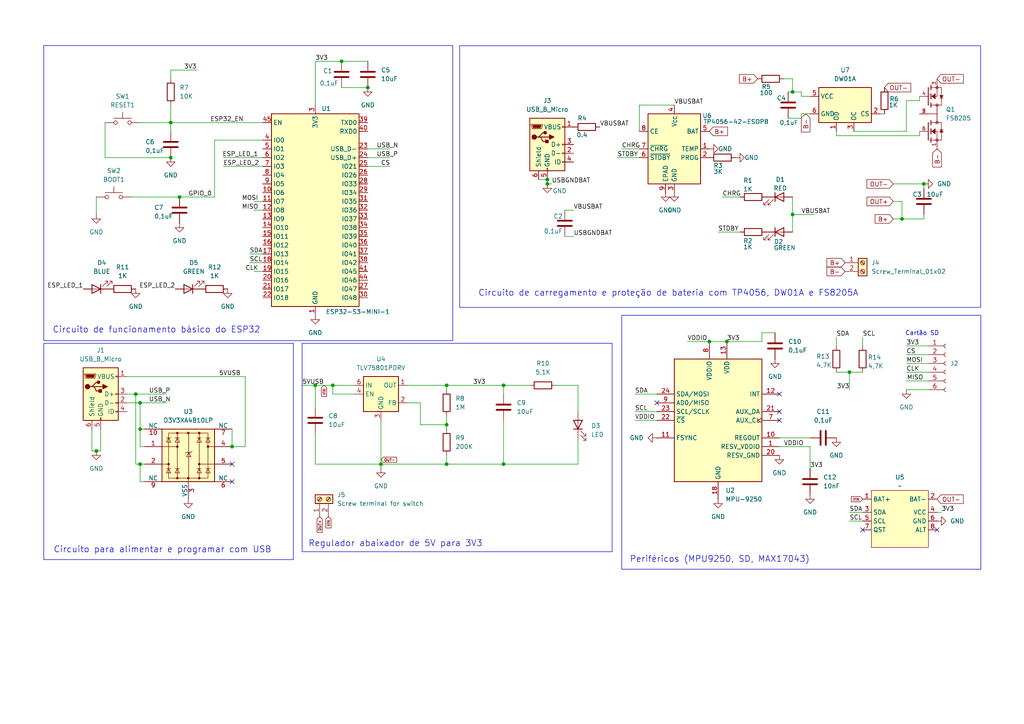
<source format=kicad_sch>
(kicad_sch (version 20250114) (generator "eeschema") (generator_version "9.0")
  (paper "A4")
  (title_block (title "PCI COMPLETA") (date "2025-04-03") (rev "1.0"))
  (lib_symbols
    (symbol "Battery_Management:DW01A"
      (property "Reference" "U" (at -6.604 6.35 0))
      (property "Value" "DW01A" (at 4.318 6.604 0))
      (symbol "DW01A_0_1"
        (pin power_in line (at -10.16 2.54 0) (length 2.54) (name "VCC") (number "5"))
        (pin power_in line (at -10.16 -2.54 0) (length 2.54) (name "GND") (number "6"))
        (pin output line (at -2.54 -7.62 90) (length 2.54) (name "OD") (number "1"))
        (pin output line (at 2.54 -7.62 90) (length 2.54) (name "OC") (number "3"))
        (pin input line (at 10.16 -2.54 180) (length 2.54) (name "CS") (number "2"))
      )
      (symbol "DW01A_1_1"
        (pin no_connect line (at 10.16 2.54 180) (length 2.54) (hide yes) (name "TD") (number "4"))
      )
    )
    (symbol "Battery_Management:TP4056-42-ESOP8"
      (property "Reference" "U" (at -6.604 11.684 0))
      (property "Value" "TP4056-42-ESOP8" (at 10.16 11.684 0))
      (symbol "TP4056-42-ESOP8_1_0"
        (pin input line (at -10.16 5.08 0) (length 2.54) (name "CE") (number "8"))
        (pin open_collector line (at -10.16 0 0) (length 2.54) (name "~{CHRG}") (number "7"))
        (pin open_collector line (at -10.16 -2.54 0) (length 2.54) (name "~{STDBY}") (number "6"))
        (pin passive line (at -2.54 -12.7 90) (length 2.54) (name "EPAD") (number "9"))
        (pin power_in line (at 0 12.7 270) (length 2.54) (name "V_{CC}") (number "4"))
        (pin power_in line (at 0 -12.7 90) (length 2.54) (name "GND") (number "3"))
        (pin power_out line (at 10.16 5.08 180) (length 2.54) (name "BAT") (number "5"))
        (pin input line (at 10.16 0 180) (length 2.54) (name "TEMP") (number "1"))
        (pin passive line (at 10.16 -2.54 180) (length 2.54) (name "PROG") (number "2"))
      )
    )
    (symbol "Connector:Conn_01x06_Socket" (pin_names (offset 1.016) (hide yes))
      (property "Reference" "J" (at 0 7.62 0))
      (property "Value" "Conn_01x06_Socket" (at 0 -10.16 0))
      (symbol "Conn_01x06_Socket_1_1"
        (pin passive line (at -5.08 5.08 0) (length 3.81) (name "Pin_1") (number "1"))
        (pin passive line (at -5.08 2.54 0) (length 3.81) (name "Pin_2") (number "2"))
        (pin passive line (at -5.08 0 0) (length 3.81) (name "Pin_3") (number "3"))
        (pin passive line (at -5.08 -2.54 0) (length 3.81) (name "Pin_4") (number "4"))
        (pin passive line (at -5.08 -5.08 0) (length 3.81) (name "Pin_5") (number "5"))
        (pin passive line (at -5.08 -7.62 0) (length 3.81) (name "Pin_6") (number "6"))
      )
    )
    (symbol "Connector:Screw_Terminal_01x02" (pin_names (offset 1.016) (hide yes))
      (property "Reference" "J" (at 0 2.54 0))
      (property "Value" "Screw_Terminal_01x02" (at 0 -5.08 0))
      (symbol "Screw_Terminal_01x02_1_1"
        (pin passive line (at -5.08 0 0) (length 3.81) (name "Pin_1") (number "1"))
        (pin passive line (at -5.08 -2.54 0) (length 3.81) (name "Pin_2") (number "2"))
      )
    )
    (symbol "Connector:USB_B_Micro" (pin_names (offset 1.016))
      (property "Reference" "J" (at -5.08 11.43 0))
      (property "Value" "USB_B_Micro" (at -5.08 8.89 0))
      (symbol "USB_B_Micro_1_1"
        (pin passive line (at -2.54 -10.16 90) (length 2.54) (name "Shield") (number "6"))
        (pin power_out line (at 0 -10.16 90) (length 2.54) (name "GND") (number "5"))
        (pin power_out line (at 7.62 5.08 180) (length 2.54) (name "VBUS") (number "1"))
        (pin bidirectional line (at 7.62 0 180) (length 2.54) (name "D+") (number "3"))
        (pin bidirectional line (at 7.62 -2.54 180) (length 2.54) (name "D-") (number "2"))
        (pin passive line (at 7.62 -5.08 180) (length 2.54) (name "ID") (number "4"))
      )
    )
    (symbol "Device:C" (pin_numbers (hide yes)) (pin_names (offset 0.254))
      (property "Reference" "C" (at 0.635 2.54 0))
      (property "Value" "C" (at 0.635 -2.54 0))
      (symbol "C_1_1"
        (pin passive line (at 0 3.81 270) (length 2.794) (name "~") (number "1"))
        (pin passive line (at 0 -3.81 90) (length 2.794) (name "~") (number "2"))
      )
    )
    (symbol "Device:LED" (pin_numbers (hide yes)) (pin_names (offset 1.016) (hide yes))
      (property "Reference" "D" (at 0 2.54 0))
      (property "Value" "LED" (at 0 -2.54 0))
      (symbol "LED_1_1"
        (pin passive line (at -3.81 0 0) (length 2.54) (name "K") (number "1"))
        (pin passive line (at 3.81 0 180) (length 2.54) (name "A") (number "2"))
      )
    )
    (symbol "Device:R" (pin_numbers (hide yes)) (pin_names (offset 0))
      (property "Reference" "R" (at 2.032 0 90))
      (property "Value" "R" (at 0 0 90))
      (symbol "R_1_1"
        (pin passive line (at 0 3.81 270) (length 1.27) (name "~") (number "1"))
        (pin passive line (at 0 -3.81 90) (length 1.27) (name "~") (number "2"))
      )
    )
    (symbol "FS8205:FS8205" (pin_names (offset 1.016))
      (property "Reference" "Q" (at 2.54 2.286 0))
      (property "Value" "FS8205" (at 2.54 -2.032 0))
      (symbol "FS8205_0_0"
        (pin passive line (at -5.08 5.08 0) (length 2.54) (name "~") (number "4"))
        (pin passive line (at -5.08 0 0) (length 2.54) (name "~") (number "2"))
        (pin passive line (at -5.08 0 0) (length 2.54) (name "~") (number "5"))
        (pin passive line (at -5.08 -5.08 0) (length 2.54) (name "~") (number "6"))
        (pin passive line (at 0 10.16 270) (length 2.54) (name "~") (number "3"))
        (pin passive line (at 0 -10.16 90) (length 2.54) (name "~") (number "1"))
      )
    )
    (symbol "MAX17043_Module:MAX17043_Module"
      (property "Reference" "U5" (at 0.635 2.54 0))
      (property "Value" "~" (at 0.635 0 0))
      (symbol "MAX17043_Module_1_1"
        (pin input line (at -10.16 -3.81 0) (length 2.54) (name "BAT+") (number "1"))
        (pin bidirectional line (at -10.16 -7.62 0) (length 2.54) (name "SDA") (number "3"))
        (pin bidirectional line (at -10.16 -10.16 0) (length 2.54) (name "SCL") (number "5"))
        (pin input line (at -10.16 -12.7 0) (length 2.54) (name "QST") (number "7"))
        (pin input line (at 11.43 -3.81 180) (length 2.54) (name "BAT-") (number "2"))
        (pin input line (at 11.43 -7.62 180) (length 2.54) (name "VCC") (number "4"))
        (pin input line (at 11.43 -10.16 180) (length 2.54) (name "GND") (number "6"))
        (pin output line (at 11.43 -12.7 180) (length 2.54) (name "ALT") (number "8"))
      )
    )
    (symbol "Power_Protection:D3V3XA4B10LP" (pin_names (offset 0))
      (property "Reference" "U" (at -0.635 8.89 0))
      (property "Value" "D3V3XA4B10LP" (at 8.89 -10.16 0))
      (symbol "D3V3XA4B10LP_1_1"
        (pin free line (at -12.7 7.62 0) (length 5.08) (name "NC") (number "10"))
        (pin passive line (at -12.7 2.54 0) (length 5.08) (name "~") (number "1"))
        (pin passive line (at -12.7 -2.54 0) (length 5.08) (name "~") (number "2"))
        (pin free line (at -12.7 -7.62 0) (length 5.08) (name "NC") (number "9"))
        (pin power_in line (at 0 -12.7 90) (length 5.08) (name "VSS") (number "3"))
        (pin passive line (at 0 -12.7 90) (length 5.08) (hide yes) (name "VSS") (number "8"))
        (pin free line (at 12.7 7.62 180) (length 5.08) (name "NC") (number "7"))
        (pin passive line (at 12.7 2.54 180) (length 5.08) (name "~") (number "4"))
        (pin passive line (at 12.7 -2.54 180) (length 5.08) (name "~") (number "5"))
        (pin free line (at 12.7 -7.62 180) (length 5.08) (name "NC") (number "6"))
      )
    )
    (symbol "RF_Module:ESP32-S3-MINI-1"
      (property "Reference" "U" (at -11.43 29.21 0))
      (property "Value" "ESP32-S3-MINI-1" (at 12.7 29.21 0))
      (symbol "ESP32-S3-MINI-1_1_1"
        (pin input line (at -15.24 25.4 0) (length 2.54) (name "EN") (number "45"))
        (pin bidirectional line (at -15.24 20.32 0) (length 2.54) (name "IO0") (number "4"))
        (pin bidirectional line (at -15.24 17.78 0) (length 2.54) (name "IO1") (number "5"))
        (pin bidirectional line (at -15.24 15.24 0) (length 2.54) (name "IO2") (number "6"))
        (pin bidirectional line (at -15.24 12.7 0) (length 2.54) (name "IO3") (number "7"))
        (pin bidirectional line (at -15.24 10.16 0) (length 2.54) (name "IO4") (number "8"))
        (pin bidirectional line (at -15.24 7.62 0) (length 2.54) (name "IO5") (number "9"))
        (pin bidirectional line (at -15.24 5.08 0) (length 2.54) (name "IO6") (number "10"))
        (pin bidirectional line (at -15.24 2.54 0) (length 2.54) (name "IO7") (number "11"))
        (pin bidirectional line (at -15.24 0 0) (length 2.54) (name "IO8") (number "12"))
        (pin bidirectional line (at -15.24 -2.54 0) (length 2.54) (name "IO9") (number "13"))
        (pin bidirectional line (at -15.24 -5.08 0) (length 2.54) (name "IO10") (number "14"))
        (pin bidirectional line (at -15.24 -7.62 0) (length 2.54) (name "IO11") (number "15"))
        (pin bidirectional line (at -15.24 -10.16 0) (length 2.54) (name "IO12") (number "16"))
        (pin bidirectional line (at -15.24 -12.7 0) (length 2.54) (name "IO13") (number "17"))
        (pin bidirectional line (at -15.24 -15.24 0) (length 2.54) (name "IO14") (number "18"))
        (pin bidirectional line (at -15.24 -17.78 0) (length 2.54) (name "IO15") (number "19"))
        (pin bidirectional line (at -15.24 -20.32 0) (length 2.54) (name "IO16") (number "20"))
        (pin bidirectional line (at -15.24 -22.86 0) (length 2.54) (name "IO17") (number "21"))
        (pin bidirectional line (at -15.24 -25.4 0) (length 2.54) (name "IO18") (number "22"))
        (pin power_in line (at 0 30.48 270) (length 2.54) (name "3V3") (number "3"))
        (pin power_in line (at 0 -30.48 90) (length 2.54) (name "GND") (number "1"))
        (pin passive line (at 0 -30.48 90) (length 2.54) (hide yes) (name "GND") (number "2"))
        (pin passive line (at 0 -30.48 90) (length 2.54) (hide yes) (name "GND") (number "42"))
        (pin passive line (at 0 -30.48 90) (length 2.54) (hide yes) (name "GND") (number "43"))
        (pin passive line (at 0 -30.48 90) (length 2.54) (hide yes) (name "GND") (number "46"))
        (pin passive line (at 0 -30.48 90) (length 2.54) (hide yes) (name "GND") (number "47"))
        (pin passive line (at 0 -30.48 90) (length 2.54) (hide yes) (name "GND") (number "48"))
        (pin passive line (at 0 -30.48 90) (length 2.54) (hide yes) (name "GND") (number "49"))
        (pin passive line (at 0 -30.48 90) (length 2.54) (hide yes) (name "GND") (number "50"))
        (pin passive line (at 0 -30.48 90) (length 2.54) (hide yes) (name "GND") (number "51"))
        (pin passive line (at 0 -30.48 90) (length 2.54) (hide yes) (name "GND") (number "52"))
        (pin passive line (at 0 -30.48 90) (length 2.54) (hide yes) (name "GND") (number "53"))
        (pin passive line (at 0 -30.48 90) (length 2.54) (hide yes) (name "GND") (number "54"))
        (pin passive line (at 0 -30.48 90) (length 2.54) (hide yes) (name "GND") (number "55"))
        (pin passive line (at 0 -30.48 90) (length 2.54) (hide yes) (name "GND") (number "56"))
        (pin passive line (at 0 -30.48 90) (length 2.54) (hide yes) (name "GND") (number "57"))
        (pin passive line (at 0 -30.48 90) (length 2.54) (hide yes) (name "GND") (number "58"))
        (pin passive line (at 0 -30.48 90) (length 2.54) (hide yes) (name "GND") (number "59"))
        (pin passive line (at 0 -30.48 90) (length 2.54) (hide yes) (name "GND") (number "60"))
        (pin passive line (at 0 -30.48 90) (length 2.54) (hide yes) (name "GND") (number "61"))
        (pin passive line (at 0 -30.48 90) (length 2.54) (hide yes) (name "GND") (number "62"))
        (pin passive line (at 0 -30.48 90) (length 2.54) (hide yes) (name "GND") (number "63"))
        (pin passive line (at 0 -30.48 90) (length 2.54) (hide yes) (name "GND") (number "64"))
        (pin passive line (at 0 -30.48 90) (length 2.54) (hide yes) (name "GND") (number "65"))
        (pin bidirectional line (at 15.24 25.4 180) (length 2.54) (name "TXD0") (number "39"))
        (pin bidirectional line (at 15.24 22.86 180) (length 2.54) (name "RXD0") (number "40"))
        (pin bidirectional line (at 15.24 17.78 180) (length 2.54) (name "USB_D-") (number "23"))
        (pin bidirectional line (at 15.24 15.24 180) (length 2.54) (name "USB_D+") (number "24"))
        (pin bidirectional line (at 15.24 12.7 180) (length 2.54) (name "IO21") (number "25"))
        (pin bidirectional line (at 15.24 10.16 180) (length 2.54) (name "IO26") (number "26"))
        (pin bidirectional line (at 15.24 7.62 180) (length 2.54) (name "IO33") (number "28"))
        (pin bidirectional line (at 15.24 5.08 180) (length 2.54) (name "IO34") (number "29"))
        (pin bidirectional line (at 15.24 2.54 180) (length 2.54) (name "IO35") (number "31"))
        (pin bidirectional line (at 15.24 0 180) (length 2.54) (name "IO36") (number "32"))
        (pin bidirectional line (at 15.24 -2.54 180) (length 2.54) (name "IO37") (number "33"))
        (pin bidirectional line (at 15.24 -5.08 180) (length 2.54) (name "IO38") (number "34"))
        (pin bidirectional line (at 15.24 -7.62 180) (length 2.54) (name "IO39") (number "35"))
        (pin bidirectional line (at 15.24 -10.16 180) (length 2.54) (name "IO40") (number "36"))
        (pin bidirectional line (at 15.24 -12.7 180) (length 2.54) (name "IO41") (number "37"))
        (pin bidirectional line (at 15.24 -15.24 180) (length 2.54) (name "IO42") (number "38"))
        (pin bidirectional line (at 15.24 -17.78 180) (length 2.54) (name "IO45") (number "41"))
        (pin bidirectional line (at 15.24 -20.32 180) (length 2.54) (name "IO46") (number "44"))
        (pin bidirectional line (at 15.24 -22.86 180) (length 2.54) (name "IO47") (number "27"))
        (pin bidirectional line (at 15.24 -25.4 180) (length 2.54) (name "IO48") (number "30"))
      )
    )
    (symbol "Regulator_Linear:TLV75801PDRV"
      (property "Reference" "U" (at -3.81 6.35 0))
      (property "Value" "TLV75801PDRV" (at 0 6.35 0))
      (symbol "TLV75801PDRV_1_1"
        (pin power_in line (at -7.62 2.54 0) (length 2.54) (name "IN") (number "6"))
        (pin input line (at -7.62 0 0) (length 2.54) (name "EN") (number "4"))
        (pin power_in line (at 0 -7.62 90) (length 2.54) (name "GND") (number "3"))
        (pin passive line (at 0 -7.62 90) (length 2.54) (hide yes) (name "GND") (number "7"))
        (pin no_connect line (at 5.08 0 180) (length 2.54) (hide yes) (name "DNC") (number "5"))
        (pin power_out line (at 7.62 2.54 180) (length 2.54) (name "OUT") (number "1"))
        (pin input line (at 7.62 -2.54 180) (length 2.54) (name "FB") (number "2"))
      )
    )
    (symbol "Sensor_Motion:MPU-9250"
      (property "Reference" "U" (at -11.43 19.05 0))
      (property "Value" "MPU-9250" (at 7.62 -19.05 0))
      (symbol "MPU-9250_1_1"
        (pin bidirectional line (at -17.78 7.62 0) (length 5.08) (name "SDA/MOSI") (number "24"))
        (pin bidirectional line (at -17.78 5.08 0) (length 5.08) (name "AD0/MISO") (number "9"))
        (pin input line (at -17.78 2.54 0) (length 5.08) (name "SCL/SCLK") (number "23"))
        (pin input line (at -17.78 0 0) (length 5.08) (name "~{CS}") (number "22"))
        (pin input line (at -17.78 -5.08 0) (length 5.08) (name "FSYNC") (number "11"))
        (pin power_in line (at -2.54 22.86 270) (length 5.08) (name "VDDIO") (number "8"))
        (pin power_in line (at 0 -22.86 90) (length 5.08) (name "GND") (number "18"))
        (pin power_in line (at 2.54 22.86 270) (length 5.08) (name "VDD") (number "13"))
        (pin output line (at 17.78 7.62 180) (length 5.08) (name "INT") (number "12"))
        (pin bidirectional line (at 17.78 2.54 180) (length 5.08) (name "AUX_DA") (number "21"))
        (pin output clock (at 17.78 0 180) (length 5.08) (name "AUX_CL") (number "7"))
        (pin passive line (at 17.78 -5.08 180) (length 5.08) (name "REGOUT") (number "10"))
        (pin input line (at 17.78 -7.62 180) (length 5.08) (name "RESV_VDDIO") (number "1"))
        (pin power_in line (at 17.78 -10.16 180) (length 5.08) (name "RESV_GND") (number "20"))
      )
    )
    (symbol "Switch:SW_Push" (pin_numbers (hide yes)) (pin_names (offset 1.016) (hide yes))
      (property "Reference" "SW" (at 1.27 2.54 0))
      (property "Value" "SW_Push" (at 0 -1.524 0))
      (symbol "SW_Push_0_1"
        (pin passive line (at -5.08 0 0) (length 2.54) (name "1") (number "1"))
        (pin passive line (at 5.08 0 180) (length 2.54) (name "2") (number "2"))
      )
    )
    (symbol "power:GND" (power) (pin_numbers (hide yes)) (pin_names (offset 0) (hide yes))
      (property "Value" "GND" (at 0 -3.81 0))
      (symbol "GND_1_1"
        (pin power_in line (at 0 0 270) (length 0) (name "~") (number "1"))
      )
    )
  )
  (rectangle (start 87.63 99.568) (end 177.546 160.02))
  (rectangle (start 12.7 99.568) (end 85.09 162.306))
  (rectangle (start 12.7 13.208) (end 131.318 98.806))
  (rectangle (start 180.34 91.44) (end 284.48 165.1))
  (rectangle (start 133.3033 13.2782) (end 284.4333 89.154))
  (text "Circuito de funcionamento básico do ESP32\n" (at 15.24 95.758 0) (effects (font (size 1.778 1.778)) (justify left)))
  (text "Regulador abaixador de 5V para 3V3\n" (at 89.408 157.734 0) (effects (font (size 1.778 1.778)) (justify left)))
  (text "Circuito para alimentar e programar com USB\n" (at 15.494 159.512 0) (effects (font (size 1.778 1.778)) (justify left)))
  (text "Cartão SD\n" (at 267.462 96.774 0) (effects (font (size 1.27 1.27))))
  (text "Periféricos (MPU9250, SD, MAX17043)" (at 182.626 162.306 0) (effects (font (size 1.778 1.778)) (justify left)))
  (text "Circuito de carregamento e proteção de bateria com TP4056, DW01A e FS8205A " (at 138.684 85.09 0) (effects (font (size 1.778 1.778)) (justify left)))
  (junction (at 39.37 114.3))
  (junction (at 261.62 63.5))
  (junction (at 146.05 134.62))
  (junction (at 129.54 111.76))
  (junction (at 40.64 124.46))
  (junction (at 229.87 26.67))
  (junction (at 49.53 35.56))
  (junction (at 205.74 99.06))
  (junction (at 91.44 111.76))
  (junction (at 67.31 129.54))
  (junction (at 40.64 134.62))
  (junction (at 267.97 53.34))
  (junction (at 52.07 57.15))
  (junction (at 129.54 134.62))
  (junction (at 96.52 111.76))
  (junction (at 246.38 107.95))
  (junction (at 106.68 25.4))
  (junction (at 229.87 62.23))
  (junction (at 27.94 130.81))
  (junction (at 40.64 116.84))
  (junction (at 146.05 111.76))
  (junction (at 99.06 17.78))
  (junction (at 158.75 52.07))
  (junction (at 210.82 99.06))
  (junction (at 110.49 134.62))
  (junction (at 129.54 123.19))
  (junction (at 49.53 45.72))
  (junction (at 158.75 53.34))
  (no_connect (at 67.31 139.7))
  (no_connect (at 271.78 153.67))
  (no_connect (at 250.19 153.67))
  (no_connect (at 226.06 119.38))
  (no_connect (at 67.31 134.62))
  (no_connect (at 226.06 121.92))
  (no_connect (at 226.06 114.3))
  (no_connect (at 190.5 116.84))
  (wire (pts (xy 262.89 102.87) (xy 269.24 102.87)))
  (wire (pts (xy 121.92 116.84) (xy 118.11 116.84)))
  (wire (pts (xy 96.52 111.76) (xy 96.52 114.3)))
  (wire (pts (xy 129.54 123.19) (xy 129.54 124.46)))
  (wire (pts (xy 210.82 99.06) (xy 220.98 99.06)))
  (wire (pts (xy 208.28 67.31) (xy 214.63 67.31)))
  (wire (pts (xy 49.53 35.56) (xy 76.2 35.56)))
  (wire (pts (xy 39.37 114.3) (xy 39.37 134.62)))
  (wire (pts (xy 259.08 53.34) (xy 267.97 53.34)))
  (wire (pts (xy 73.66 78.74) (xy 76.2 78.74)))
  (wire (pts (xy 40.64 116.84) (xy 48.26 116.84)))
  (wire (pts (xy 91.44 30.48) (xy 91.44 17.78)))
  (wire (pts (xy 229.87 57.15) (xy 229.87 62.23)))
  (wire (pts (xy 40.64 35.56) (xy 49.53 35.56)))
  (wire (pts (xy 232.41 27.94) (xy 234.95 27.94)))
  (wire (pts (xy 49.53 45.72) (xy 30.48 45.72)))
  (wire (pts (xy 40.64 124.46) (xy 40.64 129.54)))
  (wire (pts (xy 262.89 113.03) (xy 269.24 113.03)))
  (wire (pts (xy 62.23 40.64) (xy 62.23 57.15)))
  (wire (pts (xy 49.53 35.56) (xy 49.53 38.1)))
  (wire (pts (xy 129.54 111.76) (xy 129.54 113.03)))
  (wire (pts (xy 91.44 17.78) (xy 99.06 17.78)))
  (wire (pts (xy 71.12 109.22) (xy 71.12 129.54)))
  (wire (pts (xy 228.6 34.29) (xy 232.41 34.29)))
  (wire (pts (xy 184.15 119.38) (xy 190.5 119.38)))
  (wire (pts (xy 229.87 26.67) (xy 232.41 26.67)))
  (wire (pts (xy 99.06 25.4) (xy 106.68 25.4)))
  (wire (pts (xy 242.57 39.37) (xy 266.7 39.37)))
  (wire (pts (xy 262.89 110.49) (xy 269.24 110.49)))
  (wire (pts (xy 49.53 22.86) (xy 49.53 20.32)))
  (wire (pts (xy 232.41 26.67) (xy 232.41 27.94)))
  (wire (pts (xy 167.64 127) (xy 167.64 134.62)))
  (wire (pts (xy 91.44 111.76) (xy 96.52 111.76)))
  (wire (pts (xy 106.68 48.26) (xy 113.03 48.26)))
  (wire (pts (xy 40.64 116.84) (xy 40.64 124.46)))
  (wire (pts (xy 209.55 57.15) (xy 214.63 57.15)))
  (wire (pts (xy 271.78 148.59) (xy 273.05 148.59)))
  (wire (pts (xy 106.68 43.18) (xy 113.03 43.18)))
  (wire (pts (xy 199.39 99.06) (xy 205.74 99.06)))
  (wire (pts (xy 40.64 124.46) (xy 41.91 124.46)))
  (wire (pts (xy 26.67 124.46) (xy 26.67 130.81)))
  (wire (pts (xy 229.87 62.23) (xy 229.87 67.31)))
  (wire (pts (xy 255.27 33.02) (xy 256.54 33.02)))
  (wire (pts (xy 261.62 63.5) (xy 259.08 63.5)))
  (wire (pts (xy 158.75 52.07) (xy 158.75 53.34)))
  (wire (pts (xy 76.2 40.64) (xy 62.23 40.64)))
  (wire (pts (xy 242.57 97.79) (xy 242.57 100.33)))
  (wire (pts (xy 267.97 62.23) (xy 267.97 63.5)))
  (wire (pts (xy 129.54 134.62) (xy 146.05 134.62)))
  (wire (pts (xy 232.41 33.02) (xy 232.41 34.29)))
  (wire (pts (xy 246.38 107.95) (xy 250.19 107.95)))
  (wire (pts (xy 146.05 111.76) (xy 146.05 114.3)))
  (wire (pts (xy 229.87 22.86) (xy 229.87 26.67)))
  (wire (pts (xy 185.42 38.1) (xy 185.42 30.48)))
  (wire (pts (xy 36.83 116.84) (xy 40.64 116.84)))
  (wire (pts (xy 64.77 45.72) (xy 76.2 45.72)))
  (wire (pts (xy 49.53 30.48) (xy 49.53 35.56)))
  (wire (pts (xy 261.62 63.5) (xy 267.97 63.5)))
  (wire (pts (xy 163.83 68.58) (xy 166.37 68.58)))
  (wire (pts (xy 220.98 99.06) (xy 220.98 96.52)))
  (wire (pts (xy 179.07 45.72) (xy 185.42 45.72)))
  (wire (pts (xy 27.94 57.15) (xy 27.94 62.23)))
  (wire (pts (xy 40.64 134.62) (xy 41.91 134.62)))
  (wire (pts (xy 30.48 35.56) (xy 30.48 45.72)))
  (wire (pts (xy 262.89 29.21) (xy 266.7 29.21)))
  (wire (pts (xy 73.66 58.42) (xy 76.2 58.42)))
  (wire (pts (xy 250.19 97.79) (xy 250.19 100.33)))
  (wire (pts (xy 262.89 100.33) (xy 269.24 100.33)))
  (wire (pts (xy 158.75 53.34) (xy 160.02 53.34)))
  (wire (pts (xy 29.21 124.46) (xy 29.21 130.81)))
  (wire (pts (xy 72.39 73.66) (xy 76.2 73.66)))
  (wire (pts (xy 232.41 33.02) (xy 234.95 33.02)))
  (wire (pts (xy 262.89 29.21) (xy 262.89 38.1)))
  (wire (pts (xy 259.08 58.42) (xy 261.62 58.42)))
  (wire (pts (xy 220.98 96.52) (xy 224.79 96.52)))
  (wire (pts (xy 267.97 54.61) (xy 267.97 53.34)))
  (wire (pts (xy 118.11 111.76) (xy 129.54 111.76)))
  (wire (pts (xy 41.91 129.54) (xy 40.64 129.54)))
  (wire (pts (xy 185.42 30.48) (xy 195.58 30.48)))
  (wire (pts (xy 110.49 134.62) (xy 110.49 135.89)))
  (wire (pts (xy 41.91 139.7) (xy 40.64 139.7)))
  (wire (pts (xy 228.6 26.67) (xy 229.87 26.67)))
  (wire (pts (xy 64.77 48.26) (xy 76.2 48.26)))
  (wire (pts (xy 91.44 125.73) (xy 91.44 134.62)))
  (wire (pts (xy 226.06 129.54) (xy 234.95 129.54)))
  (wire (pts (xy 36.83 109.22) (xy 71.12 109.22)))
  (wire (pts (xy 246.38 107.95) (xy 246.38 113.03)))
  (wire (pts (xy 38.1 57.15) (xy 52.07 57.15)))
  (wire (pts (xy 26.67 130.81) (xy 27.94 130.81)))
  (wire (pts (xy 72.39 76.2) (xy 76.2 76.2)))
  (wire (pts (xy 129.54 111.76) (xy 146.05 111.76)))
  (wire (pts (xy 146.05 134.62) (xy 167.64 134.62)))
  (wire (pts (xy 184.15 121.92) (xy 190.5 121.92)))
  (wire (pts (xy 242.57 107.95) (xy 246.38 107.95)))
  (wire (pts (xy 262.89 38.1) (xy 247.65 38.1)))
  (wire (pts (xy 156.21 52.07) (xy 158.75 52.07)))
  (wire (pts (xy 49.53 20.32) (xy 57.15 20.32)))
  (wire (pts (xy 246.38 151.13) (xy 250.19 151.13)))
  (wire (pts (xy 52.07 57.15) (xy 62.23 57.15)))
  (wire (pts (xy 71.12 129.54) (xy 67.31 129.54)))
  (wire (pts (xy 129.54 132.08) (xy 129.54 134.62)))
  (wire (pts (xy 39.37 134.62) (xy 40.64 134.62)))
  (wire (pts (xy 161.29 111.76) (xy 167.64 111.76)))
  (wire (pts (xy 266.7 38.1) (xy 266.7 39.37)))
  (wire (pts (xy 262.89 105.41) (xy 269.24 105.41)))
  (wire (pts (xy 121.92 123.19) (xy 121.92 116.84)))
  (wire (pts (xy 242.57 38.1) (xy 242.57 39.37)))
  (wire (pts (xy 129.54 123.19) (xy 121.92 123.19)))
  (wire (pts (xy 91.44 134.62) (xy 110.49 134.62)))
  (wire (pts (xy 163.83 60.96) (xy 166.37 60.96)))
  (wire (pts (xy 146.05 111.76) (xy 153.67 111.76)))
  (wire (pts (xy 246.38 148.59) (xy 250.19 148.59)))
  (wire (pts (xy 102.87 114.3) (xy 96.52 114.3)))
  (wire (pts (xy 40.64 134.62) (xy 40.64 139.7)))
  (wire (pts (xy 106.68 45.72) (xy 113.03 45.72)))
  (wire (pts (xy 226.06 127) (xy 234.95 127)))
  (wire (pts (xy 205.74 99.06) (xy 210.82 99.06)))
  (wire (pts (xy 110.49 121.92) (xy 110.49 134.62)))
  (wire (pts (xy 266.7 27.94) (xy 266.7 29.21)))
  (wire (pts (xy 229.87 62.23) (xy 236.22 62.23)))
  (wire (pts (xy 110.49 134.62) (xy 129.54 134.62)))
  (wire (pts (xy 27.94 130.81) (xy 29.21 130.81)))
  (wire (pts (xy 129.54 120.65) (xy 129.54 123.19)))
  (wire (pts (xy 234.95 129.54) (xy 234.95 135.89)))
  (wire (pts (xy 67.31 124.46) (xy 67.31 129.54)))
  (wire (pts (xy 99.06 17.78) (xy 106.68 17.78)))
  (wire (pts (xy 91.44 111.76) (xy 91.44 118.11)))
  (wire (pts (xy 146.05 134.62) (xy 146.05 121.92)))
  (wire (pts (xy 36.83 114.3) (xy 39.37 114.3)))
  (wire (pts (xy 73.66 60.96) (xy 76.2 60.96)))
  (wire (pts (xy 39.37 114.3) (xy 48.26 114.3)))
  (wire (pts (xy 184.15 114.3) (xy 190.5 114.3)))
  (wire (pts (xy 262.89 107.95) (xy 269.24 107.95)))
  (wire (pts (xy 261.62 58.42) (xy 261.62 63.5)))
  (wire (pts (xy 227.33 22.86) (xy 229.87 22.86)))
  (wire (pts (xy 167.64 111.76) (xy 167.64 119.38)))
  (wire (pts (xy 87.63 111.76) (xy 91.44 111.76)))
  (wire (pts (xy 96.52 111.76) (xy 102.87 111.76)))
  (wire (pts (xy 180.34 43.18) (xy 185.42 43.18)))
  (label "STDBY" (at 179.07 45.72 0))
  (label "SCL" (at 184.15 119.38 0))
  (label "ESP_LED_2" (at 64.77 48.26 0))
  (label "VBUSBAT" (at 195.58 30.48 0))
  (label "MOSI" (at 74.93 58.42 180))
  (label "ESP_LED_2" (at 50.8 83.82 180))
  (label "3V3" (at 273.05 148.59 0))
  (label "5VUSB" (at 87.63 111.76 0))
  (label "CLK" (at 262.89 107.95 0))
  (label "SDA" (at 246.38 148.59 0))
  (label "STDBY" (at 208.28 67.31 0))
  (label "3V3" (at 234.95 135.89 0))
  (label "USBGNDBAT" (at 166.37 68.58 0))
  (label "MISO" (at 74.93 60.96 180))
  (label "VBUSBAT" (at 232.41 62.23 0))
  (label "CS" (at 110.49 48.26 0))
  (label "USB_N" (at 109.22 43.18 0))
  (label "SCL" (at 246.38 151.13 0))
  (label "3V3" (at 246.38 113.03 180))
  (label "SDA" (at 72.39 73.66 0))
  (label "SCL" (at 72.39 76.2 0))
  (label "VBUSBAT" (at 173.99 36.83 0))
  (label "5VUSB" (at 63.5 109.22 0))
  (label "ESP_LED_1" (at 24.13 83.82 180))
  (label "CHRG" (at 180.34 43.18 0))
  (label "CLK" (at 74.93 78.74 180))
  (label "SCL" (at 250.19 97.79 0))
  (label "ESP_LED_1" (at 74.93 45.72 180))
  (label "3V3" (at 210.82 99.06 0))
  (label "ESP32_EN" (at 60.96 35.56 0))
  (label "MISO" (at 263.0178 110.49 0))
  (label "VDDIO" (at 227.33 129.54 0))
  (label "USB_P" (at 109.22 45.72 0))
  (label "3V3" (at 262.89 100.33 0))
  (label "USB_N" (at 43.18 116.84 0))
  (label "SDA" (at 242.57 97.79 0))
  (label "CHRG" (at 209.55 57.15 0))
  (label "CS" (at 262.89 102.87 0))
  (label "GPIO_0" (at 54.61 57.15 0))
  (label "VBUSBAT" (at 166.37 60.96 0))
  (label "VDDIO" (at 199.39 99.06 0))
  (label "3V3" (at 137.16 111.76 0))
  (label "3V3" (at 91.44 17.78 0))
  (label "USB_P" (at 43.18 114.3 0))
  (label "MOSI" (at 262.89 105.41 0))
  (label "VDDIO" (at 184.15 121.92 0))
  (label "3V3" (at 53.34 20.32 0))
  (label "USBGNDBAT" (at 160.02 53.34 0))
  (label "SDA" (at 184.15 114.3 0))
  (global_label "B+" (shape input) (at 259.08 63.5 180) (property "Intersheetrefs" "${INTERSHEET_REFS}" (effects (hide yes))))
  (global_label "VIN" (shape input) (at 250.19 144.78 180) (effects (font (size 0.762 0.762))) (property "Intersheetrefs" "${INTERSHEET_REFS}" (effects (hide yes))))
  (global_label "OUT-" (shape input) (at 259.08 53.34 180) (property "Intersheetrefs" "${INTERSHEET_REFS}" (effects (hide yes))))
  (global_label "VIN" (shape input) (at 93.98 111.76 270) (effects (font (size 0.762 0.762))) (property "Intersheetrefs" "${INTERSHEET_REFS}" (effects (hide yes))))
  (global_label "OUT-" (shape input) (at 110.49 133.35 0) (effects (font (size 0.762 0.762))) (property "Intersheetrefs" "${INTERSHEET_REFS}" (effects (hide yes))))
  (global_label "B-" (shape input) (at 233.68 33.02 270) (property "Intersheetrefs" "${INTERSHEET_REFS}" (effects (hide yes))))
  (global_label "B-" (shape input) (at 245.11 78.74 180) (property "Intersheetrefs" "${INTERSHEET_REFS}" (effects (hide yes))))
  (global_label "B+" (shape input) (at 245.11 76.2 180) (property "Intersheetrefs" "${INTERSHEET_REFS}" (effects (hide yes))))
  (global_label "OUT+" (shape input) (at 92.71 149.86 270) (effects (font (size 0.762 0.762))) (property "Intersheetrefs" "${INTERSHEET_REFS}" (effects (hide yes))))
  (global_label "OUT+" (shape input) (at 259.08 58.42 180) (property "Intersheetrefs" "${INTERSHEET_REFS}" (effects (hide yes))))
  (global_label "B+" (shape input) (at 205.74 38.1 0) (property "Intersheetrefs" "${INTERSHEET_REFS}" (effects (hide yes))))
  (global_label "B-" (shape input) (at 271.78 43.18 270) (property "Intersheetrefs" "${INTERSHEET_REFS}" (effects (hide yes))))
  (global_label "VIN" (shape input) (at 95.25 149.86 270) (effects (font (size 0.762 0.762))) (property "Intersheetrefs" "${INTERSHEET_REFS}" (effects (hide yes))))
  (global_label "OUT-" (shape input) (at 271.78 22.86 0) (property "Intersheetrefs" "${INTERSHEET_REFS}" (effects (hide yes))))
  (global_label "OUT-" (shape input) (at 271.78 144.78 0) (property "Intersheetrefs" "${INTERSHEET_REFS}" (effects (hide yes))))
  (global_label "B+" (shape input) (at 219.71 22.86 180) (property "Intersheetrefs" "${INTERSHEET_REFS}" (effects (hide yes))))
  (global_label "OUT-" (shape input) (at 256.54 25.4 0) (property "Intersheetrefs" "${INTERSHEET_REFS}" (effects (hide yes))))
  (symbol (lib_id "Regulator_Linear:TLV75801PDRV") (at 110.49 114.3 0) (unit 1)
    (property "Reference" "U4" (at 110.49 104.14 0))
    (property "Value" "TLV75801PDRV" (at 110.49 106.68 0))
    (property "Footprint" "Package_SON:WSON-6-1EP_2x2mm_P0.65mm_EP1x1.6mm" (effects (hide yes)))
    (property "Datasheet" "https://www.ti.com/lit/ds/symlink/tlv758p.pdf" (effects (hide yes)))
    (property "Description" "500mA Low-Dropout Linear Regulator, Adjustable Output, WSON-6" (effects (hide yes)))
  )
  (symbol (lib_id "power:GND") (at 110.49 135.89 0) (unit 1)
    (property "Reference" "#PWR013" (effects (hide yes)))
    (property "Value" "GND" (at 110.49 140.97 0))
    (property "Description" "Power symbol creates a global label with name \"GND\" , ground" (effects (hide yes)))
  )
  (symbol (lib_id "Device:LED") (at 226.06 57.15 0) (unit 1)
    (property "Reference" "D1" (at 226.314 52.07 0))
    (property "Value" "RED" (at 226.314 54.61 0))
    (property "Footprint" "LED_SMD:LED_0603_1608Metric" (effects (hide yes)))
    (property "Description" "Light emitting diode" (effects (hide yes)))
    (property "Sim.Pins" "1=K 2=A" (effects (hide yes)))
  )
  (symbol (lib_id "Device:R") (at 256.54 29.21 180) (unit 1)
    (property "Reference" "R6" (at 259.334 28.702 0))
    (property "Value" "1K" (at 259.08 30.48 0))
    (property "Footprint" "Resistor_SMD:R_0603_1608Metric" (effects (hide yes)))
    (property "Description" "Resistor" (effects (hide yes)))
  )
  (symbol (lib_id "Device:R") (at 218.44 57.15 90) (unit 1)
    (property "Reference" "R1" (at 216.916 52.324 90))
    (property "Value" "1K" (at 216.916 54.864 90))
    (property "Footprint" "Resistor_SMD:R_0603_1608Metric" (effects (hide yes)))
    (property "Description" "Resistor" (effects (hide yes)))
  )
  (symbol (lib_id "Device:C") (at 238.76 127 90) (unit 1)
    (property "Reference" "C11" (at 238.76 119.38 90))
    (property "Value" "0,1uF" (at 238.76 121.92 90))
    (property "Footprint" "Capacitor_SMD:C_0603_1608Metric" (effects (hide yes)))
    (property "Description" "Unpolarized capacitor" (effects (hide yes)))
  )
  (symbol (lib_id "Device:R") (at 242.57 104.14 0) (unit 1)
    (property "Reference" "R13" (at 236.728 103.378 0) (effects (justify left)))
    (property "Value" "4,7K" (at 236.728 105.918 0) (effects (justify left)))
    (property "Footprint" "Resistor_SMD:R_0603_1608Metric" (effects (hide yes)))
    (property "Description" "Resistor" (effects (hide yes)))
  )
  (symbol (lib_id "power:GND") (at 205.74 43.18 90) (unit 1)
    (property "Reference" "#PWR03" (effects (hide yes)))
    (property "Value" "GND" (at 208.28 43.18 90) (effects (justify right)))
    (property "Description" "Power symbol creates a global label with name \"GND\" , ground" (effects (hide yes)))
  )
  (symbol (lib_id "MAX17043_Module:MAX17043_Module") (at 260.35 140.97 0) (unit 1)
    (property "Reference" "U5" (at 260.985 138.43 0))
    (property "Value" "~" (at 260.985 140.97 0))
    (property "Footprint" "MAX17043_module:MAX" (effects (hide yes)))
  )
  (symbol (lib_id "power:GND") (at 271.78 151.13 90) (unit 1)
    (property "Reference" "#PWR021" (effects (hide yes)))
    (property "Value" "GND" (at 275.59 151.1299 90) (effects (justify right)))
    (property "Description" "Power symbol creates a global label with name \"GND\" , ground" (effects (hide yes)))
  )
  (symbol (lib_id "Device:R") (at 129.54 116.84 0) (unit 1)
    (property "Reference" "R8" (at 132.08 115.5699 0) (effects (justify left)))
    (property "Value" "1M" (at 132.08 118.1099 0) (effects (justify left)))
    (property "Footprint" "Resistor_SMD:R_0603_1608Metric" (effects (hide yes)))
    (property "Description" "Resistor" (effects (hide yes)))
  )
  (symbol (lib_id "Device:R") (at 250.19 104.14 0) (unit 1)
    (property "Reference" "R14" (at 251.714 103.632 0) (effects (justify left)))
    (property "Value" "4,7K" (at 251.714 106.172 0) (effects (justify left)))
    (property "Footprint" "Resistor_SMD:R_0603_1608Metric" (effects (hide yes)))
    (property "Description" "Resistor" (effects (hide yes)))
  )
  (symbol (lib_id "power:GND") (at 91.44 91.44 0) (unit 1)
    (property "Reference" "#PWR07" (effects (hide yes)))
    (property "Value" "GND" (at 91.44 96.52 0))
    (property "Description" "Power symbol creates a global label with name \"GND\" , ground" (effects (hide yes)))
  )
  (symbol (lib_id "Device:R") (at 49.53 26.67 0) (unit 1)
    (property "Reference" "R7" (at 52.07 25.3999 0) (effects (justify left)))
    (property "Value" "10K" (at 52.07 27.9399 0) (effects (justify left)))
    (property "Footprint" "Resistor_SMD:R_0603_1608Metric" (effects (hide yes)))
    (property "Description" "Resistor" (effects (hide yes)))
  )
  (symbol (lib_id "Device:C") (at 49.53 41.91 0) (unit 1)
    (property "Reference" "C6" (at 42.164 41.148 0) (effects (justify left)))
    (property "Value" "0,1uF" (at 42.164 43.688 0) (effects (justify left)))
    (property "Footprint" "Capacitor_SMD:C_0603_1608Metric" (effects (hide yes)))
    (property "Description" "Unpolarized capacitor" (effects (hide yes)))
  )
  (symbol (lib_id "Device:R") (at 209.55 45.72 90) (unit 1)
    (property "Reference" "R3" (at 208.28 48.006 90))
    (property "Value" "3K" (at 208.28 49.784 90))
    (property "Footprint" "Resistor_SMD:R_0603_1608Metric" (effects (hide yes)))
    (property "Description" "Resistor" (effects (hide yes)))
  )
  (symbol (lib_id "power:GND") (at 242.57 127 0) (unit 1)
    (property "Reference" "#PWR018" (effects (hide yes)))
    (property "Value" "GND" (at 242.57 132.08 0))
    (property "Description" "Power symbol creates a global label with name \"GND\" , ground" (effects (hide yes)))
  )
  (symbol (lib_id "power:GND") (at 262.89 113.03 0) (unit 1)
    (property "Reference" "#PWR014" (effects (hide yes)))
    (property "Value" "GND" (at 262.89 118.11 0))
    (property "Description" "Power symbol creates a global label with name \"GND\" , ground" (effects (hide yes)))
  )
  (symbol (lib_id "power:GND") (at 226.06 132.08 0) (unit 1)
    (property "Reference" "#PWR017" (effects (hide yes)))
    (property "Value" "GND" (at 226.06 137.16 0))
    (property "Description" "Power symbol creates a global label with name \"GND\" , ground" (effects (hide yes)))
  )
  (symbol (lib_id "Switch:SW_Push") (at 35.56 35.56 0) (unit 1)
    (property "Reference" "SW1" (at 35.56 27.94 0))
    (property "Value" "RESET1" (at 35.56 30.48 0))
    (property "Footprint" "Button_Switch_SMD:SW_Push_1P1T_NO_CK_KSC6xxJ" (effects (hide yes)))
    (property "Description" "Push button switch, generic, two pins" (effects (hide yes)))
  )
  (symbol (lib_id "Device:C") (at 228.6 30.48 0) (unit 1)
    (property "Reference" "C4" (at 225.298 28.448 0) (effects (justify left)))
    (property "Value" "0,1uF" (at 226.06 35.56 0) (effects (justify left)))
    (property "Footprint" "Capacitor_SMD:C_0603_1608Metric" (effects (hide yes)))
    (property "Description" "Unpolarized capacitor" (effects (hide yes)))
  )
  (symbol (lib_id "Device:C") (at 163.83 64.77 0) (unit 1)
    (property "Reference" "C2" (at 160.528 62.738 0) (effects (justify left)))
    (property "Value" "0,1uF" (at 157.734 67.056 0) (effects (justify left)))
    (property "Footprint" "Capacitor_SMD:C_0603_1608Metric" (effects (hide yes)))
    (property "Description" "Unpolarized capacitor" (effects (hide yes)))
  )
  (symbol (lib_id "Device:R") (at 62.23 83.82 90) (unit 1)
    (property "Reference" "R12" (at 62.23 77.47 90))
    (property "Value" "1K" (at 62.23 80.01 90))
    (property "Footprint" "Resistor_SMD:R_0603_1608Metric" (effects (hide yes)))
    (property "Description" "Resistor" (effects (hide yes)))
  )
  (symbol (lib_id "Connector:Screw_Terminal_01x02") (at 250.19 76.2 0) (unit 1)
    (property "Reference" "J4" (at 252.73 76.1999 0) (effects (justify left)))
    (property "Value" "Screw_Terminal_01x02" (at 252.73 78.7399 0) (effects (justify left)))
    (property "Footprint" "mod_conn_screw:mors_2p" (effects (hide yes)))
    (property "Description" "Generic screw terminal, single row, 01x02, script generated (kicad-library-utils/schlib/autogen/connector/)" (effects (hide yes)))
  )
  (symbol (lib_id "power:GND") (at 27.94 62.23 0) (unit 1)
    (property "Reference" "#PWR010" (effects (hide yes)))
    (property "Value" "GND" (at 27.94 67.31 0))
    (property "Description" "Power symbol creates a global label with name \"GND\" , ground" (effects (hide yes)))
  )
  (symbol (lib_id "power:GND") (at 52.07 64.77 0) (unit 1)
    (property "Reference" "#PWR0101" (effects (hide yes)))
    (property "Value" "GND" (at 52.07 69.85 0))
    (property "Description" "Power symbol creates a global label with name \"GND\" , ground" (effects (hide yes)))
  )
  (symbol (lib_id "power:GND") (at 190.5 127 270) (unit 1)
    (property "Reference" "#PWR020" (effects (hide yes)))
    (property "Value" "GND" (at 186.69 126.9999 90) (effects (justify right)))
    (property "Description" "Power symbol creates a global label with name \"GND\" , ground" (effects (hide yes)))
  )
  (symbol (lib_id "Device:R") (at 35.56 83.82 90) (unit 1)
    (property "Reference" "R11" (at 35.56 77.47 90))
    (property "Value" "1K" (at 35.56 80.01 90))
    (property "Footprint" "Resistor_SMD:R_0603_1608Metric" (effects (hide yes)))
    (property "Description" "Resistor" (effects (hide yes)))
  )
  (symbol (lib_id "Device:C") (at 267.97 58.42 0) (unit 1)
    (property "Reference" "C3" (at 264.668 56.388 0) (effects (justify left)))
    (property "Value" "10uF" (at 268.732 56.388 0) (effects (justify left)))
    (property "Footprint" "Capacitor_SMD:C_0603_1608Metric" (effects (hide yes)))
    (property "Description" "Unpolarized capacitor" (effects (hide yes)))
  )
  (symbol (lib_id "Power_Protection:D3V3XA4B10LP") (at 54.61 132.08 0) (unit 1)
    (property "Reference" "U3" (at 54.61 119.38 0))
    (property "Value" "D3V3XA4B10LP" (at 54.61 121.92 0))
    (property "Footprint" "Package_DFN_QFN:Diodes_UDFN-10_1.0x2.5mm_P0.5mm" (effects (hide yes)))
    (property "Datasheet" "https://www.diodes.com/assets/Datasheets/D3V3XA4B10LP.pdf" (effects (hide yes)))
    (property "Description" "4-Channel Low Capacitance TVS Diode Array, DFN-10" (effects (hide yes)))
  )
  (symbol (lib_id "Connector:USB_B_Micro") (at 29.21 114.3 0) (unit 1)
    (property "Reference" "J1" (at 29.21 101.6 0))
    (property "Value" "USB_B_Micro" (at 29.21 104.14 0))
    (property "Footprint" "Connector_USB:USB_Micro-B_Molex-105017-0001" (effects (hide yes)))
    (property "Description" "USB Micro Type B connector" (effects (hide yes)))
  )
  (symbol (lib_id "Sensor_Motion:MPU-9250") (at 208.28 121.92 0) (unit 1)
    (property "Reference" "U2" (at 210.4233 142.24 0) (effects (justify left)))
    (property "Value" "MPU-9250" (at 210.4233 144.78 0) (effects (justify left)))
    (property "Footprint" "Sensor_Motion:InvenSense_QFN-24_3x3mm_P0.4mm" (effects (hide yes)))
    (property "Datasheet" "https://invensense.tdk.com/wp-content/uploads/2015/02/PS-MPU-9250A-01-v1.1.pdf" (effects (hide yes)))
    (property "Description" "InvenSense 9-Axis Motion Sensor, Accelerometer, Gyroscope, Compass, I2C/SPI" (effects (hide yes)))
  )
  (symbol (lib_id "power:GND") (at 267.97 53.34 90) (unit 1)
    (property "Reference" "#PWR06" (effects (hide yes)))
    (property "Value" "GND" (at 271.78 53.3399 90) (effects (justify right)))
    (property "Description" "Power symbol creates a global label with name \"GND\" , ground" (effects (hide yes)))
  )
  (symbol (lib_id "power:GND") (at 39.37 83.82 0) (unit 1)
    (property "Reference" "#PWR0102" (effects (hide yes)))
    (property "Value" "GND" (at 39.37 88.9 0))
    (property "Description" "Power symbol creates a global label with name \"GND\" , ground" (effects (hide yes)))
  )
  (symbol (lib_id "power:GND") (at 224.79 104.14 0) (unit 1)
    (property "Reference" "#PWR015" (effects (hide yes)))
    (property "Value" "GND" (at 224.79 109.22 0))
    (property "Description" "Power symbol creates a global label with name \"GND\" , ground" (effects (hide yes)))
  )
  (symbol (lib_id "Device:C") (at 52.07 60.96 0) (unit 1)
    (property "Reference" "C7" (at 44.704 60.198 0) (effects (justify left)))
    (property "Value" "0,1uF" (at 44.704 62.738 0) (effects (justify left)))
    (property "Footprint" "Capacitor_SMD:C_0603_1608Metric" (effects (hide yes)))
    (property "Description" "Unpolarized capacitor" (effects (hide yes)))
  )
  (symbol (lib_id "Device:R") (at 157.48 111.76 90) (unit 1)
    (property "Reference" "R10" (at 157.48 105.41 90))
    (property "Value" "5,1K" (at 157.48 107.95 90))
    (property "Footprint" "Resistor_SMD:R_0603_1608Metric" (effects (hide yes)))
    (property "Description" "Resistor" (effects (hide yes)))
  )
  (symbol (lib_id "Device:C") (at 146.05 118.11 0) (unit 1)
    (property "Reference" "C9" (at 149.86 116.8399 0) (effects (justify left)))
    (property "Value" "10uF" (at 149.86 119.3799 0) (effects (justify left)))
    (property "Footprint" "Capacitor_SMD:C_0603_1608Metric" (effects (hide yes)))
    (property "Description" "Unpolarized capacitor" (effects (hide yes)))
  )
  (symbol (lib_id "Switch:SW_Push") (at 33.02 57.15 0) (unit 1)
    (property "Reference" "SW2" (at 33.02 49.53 0))
    (property "Value" "BOOT1" (at 33.02 52.07 0))
    (property "Footprint" "Button_Switch_SMD:SW_Push_1P1T_NO_CK_KSC6xxJ" (effects (hide yes)))
    (property "Description" "Push button switch, generic, two pins" (effects (hide yes)))
  )
  (symbol (lib_id "Device:LED") (at 27.94 83.82 180) (unit 1)
    (property "Reference" "D4" (at 29.5275 76.2 0))
    (property "Value" "BLUE" (at 29.5275 78.74 0))
    (property "Footprint" "LED_SMD:LED_0603_1608Metric" (effects (hide yes)))
    (property "Description" "Light emitting diode" (effects (hide yes)))
    (property "Sim.Pins" "1=K 2=A" (effects (hide yes)))
  )
  (symbol (lib_id "power:GND") (at 106.68 25.4 0) (unit 1)
    (property "Reference" "#PWR08" (effects (hide yes)))
    (property "Value" "GND" (at 106.68 30.48 0))
    (property "Description" "Power symbol creates a global label with name \"GND\" , ground" (effects (hide yes)))
  )
  (symbol (lib_id "Device:LED") (at 226.06 67.31 0) (unit 1)
    (property "Reference" "D2" (at 225.806 70.104 0))
    (property "Value" "GREEN" (at 227.584 71.882 0))
    (property "Footprint" "LED_SMD:LED_0603_1608Metric" (effects (hide yes)))
    (property "Description" "Light emitting diode" (effects (hide yes)))
    (property "Sim.Pins" "1=K 2=A" (effects (hide yes)))
  )
  (symbol (lib_id "Connector:Screw_Terminal_01x02") (at 92.71 144.78 90) (unit 1)
    (property "Reference" "J5" (at 97.79 143.5099 90) (effects (justify right)))
    (property "Value" "Screw terminal for switch" (at 97.79 146.0499 90) (effects (justify right)))
    (property "Footprint" "mod_conn_screw:mors_2p" (effects (hide yes)))
    (property "Description" "Generic screw terminal, single row, 01x02, script generated (kicad-library-utils/schlib/autogen/connector/)" (effects (hide yes)))
  )
  (symbol (lib_id "power:GND") (at 193.04 55.88 0) (unit 1)
    (property "Reference" "#PWR05" (effects (hide yes)))
    (property "Value" "GND" (at 193.04 60.96 0))
    (property "Description" "Power symbol creates a global label with name \"GND\" , ground" (effects (hide yes)))
  )
  (symbol (lib_id "Device:C") (at 99.06 21.59 0) (unit 1)
    (property "Reference" "C1" (at 93.726 20.574 0) (effects (justify left)))
    (property "Value" "0,1uF" (at 92.71 24.13 0) (effects (justify left)))
    (property "Footprint" "Capacitor_SMD:C_0603_1608Metric" (effects (hide yes)))
    (property "Description" "Unpolarized capacitor" (effects (hide yes)))
  )
  (symbol (lib_id "Device:R") (at 218.44 67.31 90) (unit 1)
    (property "Reference" "R2" (at 216.916 69.85 90))
    (property "Value" "1K" (at 216.916 71.628 90))
    (property "Footprint" "Resistor_SMD:R_0603_1608Metric" (effects (hide yes)))
    (property "Description" "Resistor" (effects (hide yes)))
  )
  (symbol (lib_id "Connector:Conn_01x06_Socket") (at 274.32 105.41 0) (unit 1)
    (property "Reference" "J2" (at 275.59 105.4099 0) (effects (justify left)))
    (property "Value" "Conn_01x06_Socket" (effects (hide yes)))
    (property "Footprint" "Connector_PinSocket_2.54mm:PinSocket_1x06_P2.54mm_Vertical" (effects (hide yes)))
    (property "Description" "Generic connector, single row, 01x06, script generated" (effects (hide yes)))
  )
  (symbol (lib_id "Device:R") (at 223.52 22.86 90) (unit 1)
    (property "Reference" "R5" (at 222.25 25.146 90))
    (property "Value" "100" (at 222.25 26.924 90))
    (property "Footprint" "Resistor_SMD:R_0603_1608Metric" (effects (hide yes)))
    (property "Description" "Resistor" (effects (hide yes)))
  )
  (symbol (lib_id "power:GND") (at 213.36 45.72 90) (unit 1)
    (property "Reference" "#PWR02" (effects (hide yes)))
    (property "Value" "GND" (at 215.9 45.72 90) (effects (justify right)))
    (property "Description" "Power symbol creates a global label with name \"GND\" , ground" (effects (hide yes)))
  )
  (symbol (lib_id "power:GND") (at 54.61 144.78 0) (unit 1)
    (property "Reference" "#PWR012" (effects (hide yes)))
    (property "Value" "GND" (at 54.61 149.86 0))
    (property "Description" "Power symbol creates a global label with name \"GND\" , ground" (effects (hide yes)))
  )
  (symbol (lib_id "Device:C") (at 91.44 121.92 0) (unit 1)
    (property "Reference" "C8" (at 95.25 120.6499 0) (effects (justify left)))
    (property "Value" "10uF" (at 95.25 123.1899 0) (effects (justify left)))
    (property "Footprint" "Capacitor_SMD:C_0603_1608Metric" (effects (hide yes)))
    (property "Description" "Unpolarized capacitor" (effects (hide yes)))
  )
  (symbol (lib_id "power:GND") (at 234.95 143.51 0) (unit 1)
    (property "Reference" "#PWR019" (effects (hide yes)))
    (property "Value" "GND" (at 234.95 148.59 0))
    (property "Description" "Power symbol creates a global label with name \"GND\" , ground" (effects (hide yes)))
  )
  (symbol (lib_id "power:GND") (at 195.58 55.88 0) (unit 1)
    (property "Reference" "#PWR01" (effects (hide yes)))
    (property "Value" "GND" (at 195.58 60.96 0))
    (property "Description" "Power symbol creates a global label with name \"GND\" , ground" (effects (hide yes)))
  )
  (symbol (lib_id "Device:LED") (at 54.61 83.82 180) (unit 1)
    (property "Reference" "D5" (at 56.1975 76.2 0))
    (property "Value" "GREEN" (at 56.1975 78.74 0))
    (property "Footprint" "LED_SMD:LED_0603_1608Metric" (effects (hide yes)))
    (property "Description" "Light emitting diode" (effects (hide yes)))
    (property "Sim.Pins" "1=K 2=A" (effects (hide yes)))
  )
  (symbol (lib_id "Device:R") (at 170.18 36.83 90) (unit 1)
    (property "Reference" "R4" (at 170.18 34.29 90) (effects (justify left)))
    (property "Value" "0.4" (at 170.434 39.116 90) (effects (justify left)))
    (property "Footprint" "Resistor_SMD:R_0603_1608Metric" (effects (hide yes)))
    (property "Description" "Resistor" (effects (hide yes)))
  )
  (symbol (lib_id "Device:C") (at 224.79 100.33 0) (unit 1)
    (property "Reference" "C10" (at 228.6 99.0599 0) (effects (justify left)))
    (property "Value" "0,1uF" (at 228.6 101.5999 0) (effects (justify left)))
    (property "Footprint" "Capacitor_SMD:C_0603_1608Metric" (effects (hide yes)))
    (property "Description" "Unpolarized capacitor" (effects (hide yes)))
  )
  (symbol (lib_id "Device:C") (at 106.68 21.59 0) (unit 1)
    (property "Reference" "C5" (at 110.49 20.3199 0) (effects (justify left)))
    (property "Value" "10uF" (at 110.49 22.8599 0) (effects (justify left)))
    (property "Footprint" "Capacitor_SMD:C_0603_1608Metric" (effects (hide yes)))
    (property "Description" "Unpolarized capacitor" (effects (hide yes)))
  )
  (symbol (lib_id "Battery_Management:TP4056-42-ESOP8") (at 195.58 43.18 0) (unit 1)
    (property "Reference" "U6" (at 203.708 33.528 0) (effects (justify left)))
    (property "Value" "TP4056-42-ESOP8" (at 203.962 35.306 0) (effects (justify left)))
    (property "Footprint" "Package_SO:SOIC-8-1EP_3.9x4.9mm_P1.27mm_EP2.41x3.3mm_ThermalVias" (effects (hide yes)))
    (property "Datasheet" "https://www.lcsc.com/datasheet/lcsc_datasheet_2410121619_TOPPOWER-Nanjing-Extension-Microelectronics-TP4056-42-ESOP8_C16581.pdf" (effects (hide yes)))
    (property "Description" "1A Standalone Linear Li-ion/LiPo single-cell battery charger, 4.2V ±1% charge voltage, VCC = 4.0..8.0V, SOIC-8 (SOP-8)" (effects (hide yes)))
  )
  (symbol (lib_id "Connector:USB_B_Micro") (at 158.75 41.91 0) (unit 1)
    (property "Reference" "J3" (at 158.75 29.21 0))
    (property "Value" "USB_B_Micro" (at 158.75 31.75 0))
    (property "Footprint" "Connector_USB:USB_Micro-B_Molex-105017-0001" (effects (hide yes)))
    (property "Description" "USB Micro Type B connector" (effects (hide yes)))
  )
  (symbol (lib_id "Battery_Management:DW01A") (at 245.11 30.48 0) (unit 1)
    (property "Reference" "U7" (at 245.11 20.32 0))
    (property "Value" "DW01A" (at 245.11 22.86 0))
    (property "Footprint" "Package_TO_SOT_SMD:SOT-23-6" (effects (hide yes)))
    (property "Datasheet" "https://hmsemi.com/downfile/DW01A.PDF" (effects (hide yes)))
    (property "Description" "Overcharge, overcurrent and overdischarge protection IC for single cell lithium-ion/polymer battery" (effects (hide yes)))
  )
  (symbol (lib_id "power:GND") (at 49.53 45.72 0) (unit 1)
    (property "Reference" "#PWR09" (effects (hide yes)))
    (property "Value" "GND" (at 49.53 50.8 0))
    (property "Description" "Power symbol creates a global label with name \"GND\" , ground" (effects (hide yes)))
  )
  (symbol (lib_id "power:GND") (at 158.75 53.34 0) (unit 1)
    (property "Reference" "#PWR04" (effects (hide yes)))
    (property "Value" "GND" (at 162.306 55.372 0))
    (property "Description" "Power symbol creates a global label with name \"GND\" , ground" (effects (hide yes)))
  )
  (symbol (lib_id "power:GND") (at 208.28 144.78 0) (unit 1)
    (property "Reference" "#PWR016" (effects (hide yes)))
    (property "Value" "GND" (at 208.28 149.86 0))
    (property "Description" "Power symbol creates a global label with name \"GND\" , ground" (effects (hide yes)))
  )
  (symbol (lib_id "power:GND") (at 66.04 83.82 0) (unit 1)
    (property "Reference" "#PWR0103" (effects (hide yes)))
    (property "Value" "GND" (at 66.04 88.9 0))
    (property "Description" "Power symbol creates a global label with name \"GND\" , ground" (effects (hide yes)))
  )
  (symbol (lib_id "RF_Module:ESP32-S3-MINI-1") (at 91.44 60.96 0) (unit 1)
    (property "Reference" "U1" (at 93.218 31.496 0) (effects (justify left)))
    (property "Value" "ESP32-S3-MINI-1" (at 94.488 90.424 0) (effects (justify left)))
    (property "Footprint" "ESP32-S3-MINI-1-N8:XCVR_ESP32-S3-MINI-1-N8" (effects (hide yes)))
    (property "Datasheet" "https://www.espressif.com/sites/default/files/documentation/esp32-s3-mini-1_mini-1u_datasheet_en.pdf" (effects (hide yes)))
    (property "Description" "RF Module, ESP32-S3 SoC, Wi-Fi 802.11b/g/n, Bluetooth, BLE, 32-bit, 3.3V, SMD, onboard antenna" (effects (hide yes)))
  )
  (symbol (lib_id "power:GND") (at 27.94 130.81 0) (unit 1)
    (property "Reference" "#PWR011" (effects (hide yes)))
    (property "Value" "GND" (at 27.94 135.89 0))
    (property "Description" "Power symbol creates a global label with name \"GND\" , ground" (effects (hide yes)))
  )
  (symbol (lib_id "Device:C") (at 234.95 139.7 0) (unit 1)
    (property "Reference" "C12" (at 238.76 138.4299 0) (effects (justify left)))
    (property "Value" "10nF" (at 238.76 140.9699 0) (effects (justify left)))
    (property "Footprint" "Capacitor_SMD:C_0603_1608Metric" (effects (hide yes)))
    (property "Description" "Unpolarized capacitor" (effects (hide yes)))
  )
  (symbol (lib_id "FS8205:FS8205") (at 271.78 33.02 0) (unit 1)
    (property "Reference" "Q1" (at 274.32 31.7499 0) (effects (justify left)))
    (property "Value" "FS8205" (at 274.32 34.2899 0) (effects (justify left)))
    (property "Footprint" "FS8205:SOT95P280X145-6N" (effects (hide yes)))
    (property "MF" "Fortune Semiconductor" (effects (hide yes)))
    (property "MAXIMUM_PACKAGE_HEIGHT" "1.45mm" (effects (hide yes)))
    (property "Package" "Package" (effects (hide yes)))
    (property "Price" "None" (effects (hide yes)))
    (property "Check_prices" "https://www.snapeda.com/parts/FS8205/Fortune+Semiconductor/view-part/?ref=eda" (effects (hide yes)))
    (property "STANDARD" "IPC-7351B" (effects (hide yes)))
    (property "PARTREV" "1.9" (effects (hide yes)))
    (property "SnapEDA_Link" "https://www.snapeda.com/parts/FS8205/Fortune+Semiconductor/view-part/?ref=snap" (effects (hide yes)))
    (property "MP" "FS8205" (effects (hide yes)))
    (property "Description_1" "Dual N-Channel Enhancement Mode Power MOSFET" (effects (hide yes)))
    (property "Availability" "In Stock" (effects (hide yes)))
    (property "MANUFACTURER" "Fortune" (effects (hide yes)))
  )
  (symbol (lib_id "Device:LED") (at 167.64 123.19 90) (unit 1)
    (property "Reference" "D3" (at 171.45 123.5074 90) (effects (justify right)))
    (property "Value" "LED" (at 171.45 126.0474 90) (effects (justify right)))
    (property "Footprint" "LED_SMD:LED_0603_1608Metric" (effects (hide yes)))
    (property "Description" "Light emitting diode" (effects (hide yes)))
    (property "Sim.Pins" "1=K 2=A" (effects (hide yes)))
  )
  (symbol (lib_id "Device:R") (at 129.54 128.27 0) (unit 1)
    (property "Reference" "R9" (at 132.08 126.9999 0) (effects (justify left)))
    (property "Value" "200K" (at 132.08 129.5399 0) (effects (justify left)))
    (property "Footprint" "Resistor_SMD:R_0603_1608Metric" (effects (hide yes)))
    (property "Description" "Resistor" (effects (hide yes)))
  )
)
</source>
